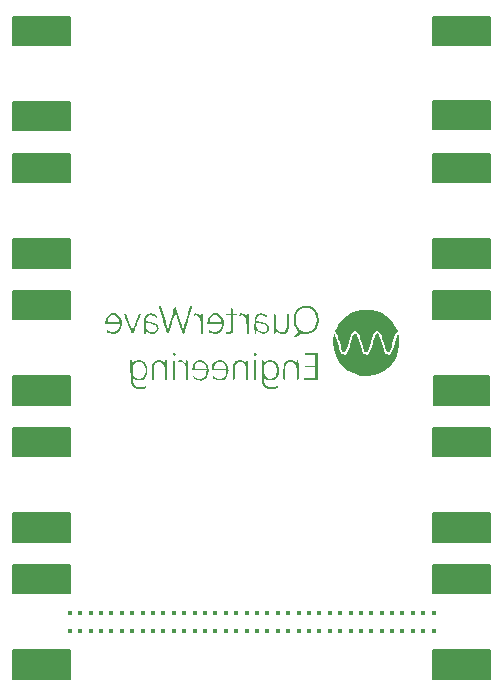
<source format=gbs>
%TF.GenerationSoftware,KiCad,Pcbnew,(6.0.2)*%
%TF.CreationDate,2022-07-21T18:21:11-07:00*%
%TF.ProjectId,testCoupon,74657374-436f-4757-906f-6e2e6b696361,1*%
%TF.SameCoordinates,Original*%
%TF.FileFunction,Soldermask,Bot*%
%TF.FilePolarity,Negative*%
%FSLAX46Y46*%
G04 Gerber Fmt 4.6, Leading zero omitted, Abs format (unit mm)*
G04 Created by KiCad (PCBNEW (6.0.2)) date 2022-07-21 18:21:11*
%MOMM*%
%LPD*%
G01*
G04 APERTURE LIST*
%ADD10C,0.150000*%
%ADD11R,4.000000X1.280000*%
%ADD12C,0.380000*%
G04 APERTURE END LIST*
D10*
X176400000Y-67600000D02*
X171600000Y-67600000D01*
X171600000Y-67600000D02*
X171600000Y-65200000D01*
X171600000Y-65200000D02*
X176400000Y-65200000D01*
X176400000Y-65200000D02*
X176400000Y-67600000D01*
G36*
X176400000Y-67600000D02*
G01*
X171600000Y-67600000D01*
X171600000Y-65200000D01*
X176400000Y-65200000D01*
X176400000Y-67600000D01*
G37*
X140800000Y-106900000D02*
X136000000Y-106900000D01*
X136000000Y-106900000D02*
X136000000Y-104500000D01*
X136000000Y-104500000D02*
X140800000Y-104500000D01*
X140800000Y-104500000D02*
X140800000Y-106900000D01*
G36*
X140800000Y-106900000D02*
G01*
X136000000Y-106900000D01*
X136000000Y-104500000D01*
X140800000Y-104500000D01*
X140800000Y-106900000D01*
G37*
X176400000Y-60500000D02*
X171600000Y-60500000D01*
X171600000Y-60500000D02*
X171600000Y-58100000D01*
X171600000Y-58100000D02*
X176400000Y-58100000D01*
X176400000Y-58100000D02*
X176400000Y-60500000D01*
G36*
X176400000Y-60500000D02*
G01*
X171600000Y-60500000D01*
X171600000Y-58100000D01*
X176400000Y-58100000D01*
X176400000Y-60500000D01*
G37*
X176400000Y-102500000D02*
X171600000Y-102500000D01*
X171600000Y-102500000D02*
X171600000Y-100100000D01*
X171600000Y-100100000D02*
X176400000Y-100100000D01*
X176400000Y-100100000D02*
X176400000Y-102500000D01*
G36*
X176400000Y-102500000D02*
G01*
X171600000Y-102500000D01*
X171600000Y-100100000D01*
X176400000Y-100100000D01*
X176400000Y-102500000D01*
G37*
X140800000Y-72100000D02*
X136000000Y-72100000D01*
X136000000Y-72100000D02*
X136000000Y-69700000D01*
X136000000Y-69700000D02*
X140800000Y-69700000D01*
X140800000Y-69700000D02*
X140800000Y-72100000D01*
G36*
X140800000Y-72100000D02*
G01*
X136000000Y-72100000D01*
X136000000Y-69700000D01*
X140800000Y-69700000D01*
X140800000Y-72100000D01*
G37*
X140800000Y-95300000D02*
X136000000Y-95300000D01*
X136000000Y-95300000D02*
X136000000Y-92900000D01*
X136000000Y-92900000D02*
X140800000Y-92900000D01*
X140800000Y-92900000D02*
X140800000Y-95300000D01*
G36*
X140800000Y-95300000D02*
G01*
X136000000Y-95300000D01*
X136000000Y-92900000D01*
X140800000Y-92900000D01*
X140800000Y-95300000D01*
G37*
X176400000Y-95300000D02*
X171600000Y-95300000D01*
X171600000Y-95300000D02*
X171600000Y-92900000D01*
X171600000Y-92900000D02*
X176400000Y-92900000D01*
X176400000Y-92900000D02*
X176400000Y-95300000D01*
G36*
X176400000Y-95300000D02*
G01*
X171600000Y-95300000D01*
X171600000Y-92900000D01*
X176400000Y-92900000D01*
X176400000Y-95300000D01*
G37*
X140800000Y-102500000D02*
X136000000Y-102500000D01*
X136000000Y-102500000D02*
X136000000Y-100100000D01*
X136000000Y-100100000D02*
X140800000Y-100100000D01*
X140800000Y-100100000D02*
X140800000Y-102500000D01*
G36*
X140800000Y-102500000D02*
G01*
X136000000Y-102500000D01*
X136000000Y-100100000D01*
X140800000Y-100100000D01*
X140800000Y-102500000D01*
G37*
X140800000Y-67700000D02*
X136000000Y-67700000D01*
X136000000Y-67700000D02*
X136000000Y-65300000D01*
X136000000Y-65300000D02*
X140800000Y-65300000D01*
X140800000Y-65300000D02*
X140800000Y-67700000D01*
G36*
X140800000Y-67700000D02*
G01*
X136000000Y-67700000D01*
X136000000Y-65300000D01*
X140800000Y-65300000D01*
X140800000Y-67700000D01*
G37*
X176400000Y-106900000D02*
X171600000Y-106900000D01*
X171600000Y-106900000D02*
X171600000Y-104500000D01*
X171600000Y-104500000D02*
X176400000Y-104500000D01*
X176400000Y-104500000D02*
X176400000Y-106900000D01*
G36*
X176400000Y-106900000D02*
G01*
X171600000Y-106900000D01*
X171600000Y-104500000D01*
X176400000Y-104500000D01*
X176400000Y-106900000D01*
G37*
X176400000Y-79300000D02*
X171600000Y-79300000D01*
X171600000Y-79300000D02*
X171600000Y-76900000D01*
X171600000Y-76900000D02*
X176400000Y-76900000D01*
X176400000Y-76900000D02*
X176400000Y-79300000D01*
G36*
X176400000Y-79300000D02*
G01*
X171600000Y-79300000D01*
X171600000Y-76900000D01*
X176400000Y-76900000D01*
X176400000Y-79300000D01*
G37*
X140800000Y-83700000D02*
X136000000Y-83700000D01*
X136000000Y-83700000D02*
X136000000Y-81300000D01*
X136000000Y-81300000D02*
X140800000Y-81300000D01*
X140800000Y-81300000D02*
X140800000Y-83700000D01*
G36*
X140800000Y-83700000D02*
G01*
X136000000Y-83700000D01*
X136000000Y-81300000D01*
X140800000Y-81300000D01*
X140800000Y-83700000D01*
G37*
X176350000Y-90900000D02*
X171650000Y-90900000D01*
X171650000Y-90900000D02*
X171650000Y-88500000D01*
X171650000Y-88500000D02*
X176350000Y-88500000D01*
X176350000Y-88500000D02*
X176350000Y-90900000D01*
G36*
X176350000Y-90900000D02*
G01*
X171650000Y-90900000D01*
X171650000Y-88500000D01*
X176350000Y-88500000D01*
X176350000Y-90900000D01*
G37*
X176400000Y-114100000D02*
X171600000Y-114100000D01*
X171600000Y-114100000D02*
X171600000Y-111700000D01*
X171600000Y-111700000D02*
X176400000Y-111700000D01*
X176400000Y-111700000D02*
X176400000Y-114100000D01*
G36*
X176400000Y-114100000D02*
G01*
X171600000Y-114100000D01*
X171600000Y-111700000D01*
X176400000Y-111700000D01*
X176400000Y-114100000D01*
G37*
X140800000Y-90900000D02*
X136000000Y-90900000D01*
X136000000Y-90900000D02*
X136000000Y-88500000D01*
X136000000Y-88500000D02*
X140800000Y-88500000D01*
X140800000Y-88500000D02*
X140800000Y-90900000D01*
G36*
X140800000Y-90900000D02*
G01*
X136000000Y-90900000D01*
X136000000Y-88500000D01*
X140800000Y-88500000D01*
X140800000Y-90900000D01*
G37*
X176400000Y-72100000D02*
X171600000Y-72100000D01*
X171600000Y-72100000D02*
X171600000Y-69700000D01*
X171600000Y-69700000D02*
X176400000Y-69700000D01*
X176400000Y-69700000D02*
X176400000Y-72100000D01*
G36*
X176400000Y-72100000D02*
G01*
X171600000Y-72100000D01*
X171600000Y-69700000D01*
X176400000Y-69700000D01*
X176400000Y-72100000D01*
G37*
X140800000Y-60500000D02*
X136000000Y-60500000D01*
X136000000Y-60500000D02*
X136000000Y-58100000D01*
X136000000Y-58100000D02*
X140800000Y-58100000D01*
X140800000Y-58100000D02*
X140800000Y-60500000D01*
G36*
X140800000Y-60500000D02*
G01*
X136000000Y-60500000D01*
X136000000Y-58100000D01*
X140800000Y-58100000D01*
X140800000Y-60500000D01*
G37*
X176400000Y-83700000D02*
X171600000Y-83700000D01*
X171600000Y-83700000D02*
X171600000Y-81300000D01*
X171600000Y-81300000D02*
X176400000Y-81300000D01*
X176400000Y-81300000D02*
X176400000Y-83700000D01*
G36*
X176400000Y-83700000D02*
G01*
X171600000Y-83700000D01*
X171600000Y-81300000D01*
X176400000Y-81300000D01*
X176400000Y-83700000D01*
G37*
X140800000Y-114100000D02*
X136000000Y-114100000D01*
X136000000Y-114100000D02*
X136000000Y-111700000D01*
X136000000Y-111700000D02*
X140800000Y-111700000D01*
X140800000Y-111700000D02*
X140800000Y-114100000D01*
G36*
X140800000Y-114100000D02*
G01*
X136000000Y-114100000D01*
X136000000Y-111700000D01*
X140800000Y-111700000D01*
X140800000Y-114100000D01*
G37*
X140800000Y-79300000D02*
X136000000Y-79300000D01*
X136000000Y-79300000D02*
X136000000Y-76900000D01*
X136000000Y-76900000D02*
X140800000Y-76900000D01*
X140800000Y-76900000D02*
X140800000Y-79300000D01*
G36*
X140800000Y-79300000D02*
G01*
X136000000Y-79300000D01*
X136000000Y-76900000D01*
X140800000Y-76900000D01*
X140800000Y-79300000D01*
G37*
%TO.C,G\u002A\u002A\u002A*%
G36*
X148450110Y-87147419D02*
G01*
X148628360Y-87204884D01*
X148776100Y-87307934D01*
X148880115Y-87411949D01*
X148880115Y-87286666D01*
X148884081Y-87215287D01*
X148909239Y-87171248D01*
X148971613Y-87161383D01*
X149063112Y-87161383D01*
X149063112Y-88844957D01*
X148880115Y-88844957D01*
X148880115Y-88273499D01*
X148880108Y-88246400D01*
X148879053Y-88032524D01*
X148875135Y-87876675D01*
X148866822Y-87765167D01*
X148852580Y-87684311D01*
X148830877Y-87620423D01*
X148800178Y-87559814D01*
X148722067Y-87455663D01*
X148569027Y-87344384D01*
X148502489Y-87313768D01*
X148389817Y-87278187D01*
X148290218Y-87281405D01*
X148171557Y-87321578D01*
X148104912Y-87355122D01*
X148040112Y-87409954D01*
X147992963Y-87488523D01*
X147960847Y-87600693D01*
X147941148Y-87756328D01*
X147931248Y-87965292D01*
X147928530Y-88237448D01*
X147928530Y-88844957D01*
X147738423Y-88844957D01*
X147751128Y-88195317D01*
X147751235Y-88189876D01*
X147758498Y-87924236D01*
X147770399Y-87720239D01*
X147789883Y-87566554D01*
X147819897Y-87451850D01*
X147863388Y-87364794D01*
X147923302Y-87294056D01*
X148002587Y-87228303D01*
X148090956Y-87178392D01*
X148263569Y-87137826D01*
X148450110Y-87147419D01*
G37*
G36*
X155486068Y-83209908D02*
G01*
X155603343Y-83270024D01*
X155704710Y-83360294D01*
X155797406Y-83470458D01*
X155797406Y-83339552D01*
X155802018Y-83260081D01*
X155827511Y-83217938D01*
X155888905Y-83208646D01*
X155980403Y-83208646D01*
X155980403Y-84892219D01*
X155802443Y-84892219D01*
X155790775Y-84315778D01*
X155786553Y-84137531D01*
X155779524Y-83957883D01*
X155769264Y-83827298D01*
X155754097Y-83732078D01*
X155732347Y-83658525D01*
X155702338Y-83592940D01*
X155642222Y-83498778D01*
X155528259Y-83389515D01*
X155403058Y-83335832D01*
X155280173Y-83345668D01*
X155215251Y-83366737D01*
X155181636Y-83356226D01*
X155175216Y-83297662D01*
X155197657Y-83229270D01*
X155267339Y-83187651D01*
X155368771Y-83181824D01*
X155486068Y-83209908D01*
G37*
G36*
X154236836Y-88233669D02*
G01*
X154163237Y-88455301D01*
X154036750Y-88643634D01*
X153976357Y-88702921D01*
X153868520Y-88787667D01*
X153775585Y-88837980D01*
X153680047Y-88859331D01*
X153494299Y-88864386D01*
X153294378Y-88835943D01*
X153110096Y-88776744D01*
X153009919Y-88725683D01*
X152956748Y-88674552D01*
X152942651Y-88610871D01*
X152942651Y-88519067D01*
X153121194Y-88611698D01*
X153232677Y-88664177D01*
X153416906Y-88717969D01*
X153582524Y-88714566D01*
X153745718Y-88655094D01*
X153757057Y-88649054D01*
X153904330Y-88534668D01*
X154004151Y-88374111D01*
X154062044Y-88158718D01*
X154086588Y-88003170D01*
X152869452Y-88003170D01*
X152870129Y-87856772D01*
X153017680Y-87856772D01*
X154072123Y-87856772D01*
X154040261Y-87745675D01*
X153976370Y-87584040D01*
X153855352Y-87424275D01*
X153693068Y-87324185D01*
X153521401Y-87285202D01*
X153353177Y-87307150D01*
X153212476Y-87392717D01*
X153105960Y-87537683D01*
X153040292Y-87737824D01*
X153017680Y-87856772D01*
X152870129Y-87856772D01*
X152870256Y-87829323D01*
X152900430Y-87611091D01*
X152984267Y-87424704D01*
X153110864Y-87279974D01*
X153269326Y-87181561D01*
X153448760Y-87134126D01*
X153638270Y-87142329D01*
X153826965Y-87210831D01*
X154003948Y-87344294D01*
X154010875Y-87351317D01*
X154144568Y-87537561D01*
X154227076Y-87757940D01*
X154239925Y-87856772D01*
X154257974Y-87995596D01*
X154236836Y-88233669D01*
G37*
G36*
X152574014Y-88103208D02*
G01*
X152531968Y-88356931D01*
X152440097Y-88566106D01*
X152301473Y-88725282D01*
X152119164Y-88829010D01*
X152082955Y-88840840D01*
X151921576Y-88867740D01*
X151750911Y-88863342D01*
X151587316Y-88831882D01*
X151447148Y-88777598D01*
X151346764Y-88704724D01*
X151302520Y-88617498D01*
X151291063Y-88518136D01*
X151465633Y-88615705D01*
X151514316Y-88641040D01*
X151720761Y-88708486D01*
X151916040Y-88712611D01*
X152090134Y-88658063D01*
X152233025Y-88549495D01*
X152334695Y-88391555D01*
X152385127Y-88188894D01*
X152402973Y-88003170D01*
X151175683Y-88003170D01*
X151198059Y-87814235D01*
X151203784Y-87776829D01*
X151368876Y-87776829D01*
X151369084Y-87790042D01*
X151375189Y-87817685D01*
X151398269Y-87836399D01*
X151449569Y-87847924D01*
X151540334Y-87854000D01*
X151681808Y-87856370D01*
X151885235Y-87856772D01*
X152401595Y-87856772D01*
X152376784Y-87756124D01*
X152344085Y-87654704D01*
X152249596Y-87490973D01*
X152123833Y-87371911D01*
X151978733Y-87300251D01*
X151826233Y-87278729D01*
X151678268Y-87310079D01*
X151546776Y-87397036D01*
X151443692Y-87542335D01*
X151423938Y-87585989D01*
X151384540Y-87695666D01*
X151368876Y-87776829D01*
X151203784Y-87776829D01*
X151211335Y-87727492D01*
X151281825Y-87500669D01*
X151396022Y-87325236D01*
X151550478Y-87207133D01*
X151555335Y-87204703D01*
X151764343Y-87136522D01*
X151967745Y-87140888D01*
X152162543Y-87217207D01*
X152345743Y-87364884D01*
X152425948Y-87457940D01*
X152514422Y-87611352D01*
X152562079Y-87790679D01*
X152566273Y-87856772D01*
X152576453Y-88017224D01*
X152574014Y-88103208D01*
G37*
G36*
X148569020Y-82550324D02*
G01*
X148841759Y-83538201D01*
X148853537Y-83580757D01*
X148924140Y-83831425D01*
X148989026Y-84054517D01*
X149045534Y-84241413D01*
X149091003Y-84383491D01*
X149122773Y-84472127D01*
X149138182Y-84498702D01*
X149138513Y-84498265D01*
X149155178Y-84453968D01*
X149188520Y-84348983D01*
X149235743Y-84192697D01*
X149294051Y-83994497D01*
X149360646Y-83763771D01*
X149432734Y-83509907D01*
X149441575Y-83478561D01*
X149528445Y-83175362D01*
X149599341Y-82938200D01*
X149655811Y-82762493D01*
X149699400Y-82643665D01*
X149731655Y-82577134D01*
X149754123Y-82558322D01*
X149763032Y-82565736D01*
X149797560Y-82631771D01*
X149849278Y-82762524D01*
X149916692Y-82953830D01*
X149998306Y-83201524D01*
X150092625Y-83501441D01*
X150167360Y-83743057D01*
X150239018Y-83973551D01*
X150301476Y-84173248D01*
X150351659Y-84332355D01*
X150386491Y-84441079D01*
X150402898Y-84489625D01*
X150404366Y-84491141D01*
X150423063Y-84459512D01*
X150458156Y-84367190D01*
X150506938Y-84222443D01*
X150566705Y-84033541D01*
X150634748Y-83808750D01*
X150708363Y-83556340D01*
X150712541Y-83541761D01*
X150794747Y-83255588D01*
X150860009Y-83031694D01*
X150911313Y-82862315D01*
X150951650Y-82739688D01*
X150984006Y-82656050D01*
X151011370Y-82603637D01*
X151036731Y-82574687D01*
X151063078Y-82561437D01*
X151093399Y-82556122D01*
X151154009Y-82552413D01*
X151181368Y-82575261D01*
X151169574Y-82647621D01*
X151169141Y-82649349D01*
X151149349Y-82721303D01*
X151112845Y-82847767D01*
X151062755Y-83018351D01*
X151002206Y-83222663D01*
X150934325Y-83450313D01*
X150862237Y-83690910D01*
X150789069Y-83934062D01*
X150717947Y-84169380D01*
X150651999Y-84386473D01*
X150594350Y-84574949D01*
X150548127Y-84724418D01*
X150516456Y-84824488D01*
X150502465Y-84864770D01*
X150485200Y-84878687D01*
X150421396Y-84892219D01*
X150398031Y-84880938D01*
X150369833Y-84841538D01*
X150334571Y-84766995D01*
X150289540Y-84650288D01*
X150232036Y-84484398D01*
X150159354Y-84262304D01*
X150068789Y-83976986D01*
X149993970Y-83742780D01*
X149921992Y-83524904D01*
X149859008Y-83341837D01*
X149808127Y-83202375D01*
X149772456Y-83115314D01*
X149755106Y-83089450D01*
X149750455Y-83098758D01*
X149726365Y-83165910D01*
X149686413Y-83287949D01*
X149633891Y-83454120D01*
X149572090Y-83653665D01*
X149504303Y-83875827D01*
X149433821Y-84109849D01*
X149363936Y-84344975D01*
X149297941Y-84570448D01*
X149239126Y-84775510D01*
X149226184Y-84815891D01*
X149187447Y-84876160D01*
X149128373Y-84885308D01*
X149121435Y-84883774D01*
X149097519Y-84868872D01*
X149071773Y-84833628D01*
X149041613Y-84770885D01*
X149004451Y-84673487D01*
X148957703Y-84534279D01*
X148898781Y-84346105D01*
X148825101Y-84101809D01*
X148734076Y-83794236D01*
X148702475Y-83686931D01*
X148624167Y-83421387D01*
X148552617Y-83179263D01*
X148490600Y-82969921D01*
X148440894Y-82802722D01*
X148406273Y-82687030D01*
X148389514Y-82632205D01*
X148379171Y-82591929D01*
X148394581Y-82557438D01*
X148465905Y-82550090D01*
X148569020Y-82550324D01*
G37*
G36*
X156602593Y-88844957D02*
G01*
X156419596Y-88844957D01*
X156419596Y-87161383D01*
X156602593Y-87161383D01*
X156602593Y-88844957D01*
G37*
G36*
X153854994Y-84150470D02*
G01*
X153812947Y-84404193D01*
X153721077Y-84613368D01*
X153582453Y-84772544D01*
X153400144Y-84876272D01*
X153363935Y-84888102D01*
X153202556Y-84915002D01*
X153031890Y-84910604D01*
X152868296Y-84879145D01*
X152728128Y-84824860D01*
X152627744Y-84751986D01*
X152583500Y-84664760D01*
X152572043Y-84565399D01*
X152746613Y-84662968D01*
X152795295Y-84688302D01*
X153001741Y-84755748D01*
X153197020Y-84759873D01*
X153371114Y-84705326D01*
X153514005Y-84596757D01*
X153615675Y-84438817D01*
X153666107Y-84236156D01*
X153683952Y-84050432D01*
X152456662Y-84050432D01*
X152479039Y-83861497D01*
X152484764Y-83824091D01*
X152649856Y-83824091D01*
X152650064Y-83837304D01*
X152656169Y-83864948D01*
X152679249Y-83883661D01*
X152730549Y-83895186D01*
X152821314Y-83901263D01*
X152962788Y-83903632D01*
X153166215Y-83904035D01*
X153682575Y-83904035D01*
X153657764Y-83803386D01*
X153625065Y-83701966D01*
X153530575Y-83538236D01*
X153404812Y-83419173D01*
X153259713Y-83347513D01*
X153107213Y-83325991D01*
X152959248Y-83357341D01*
X152827756Y-83444298D01*
X152724672Y-83589598D01*
X152704918Y-83633251D01*
X152665520Y-83742928D01*
X152649856Y-83824091D01*
X152484764Y-83824091D01*
X152492315Y-83774755D01*
X152562805Y-83547932D01*
X152677002Y-83372498D01*
X152831458Y-83254395D01*
X152836315Y-83251965D01*
X153045323Y-83183784D01*
X153248724Y-83188151D01*
X153443523Y-83264469D01*
X153626723Y-83412146D01*
X153706928Y-83505202D01*
X153795402Y-83658614D01*
X153843058Y-83837941D01*
X153847252Y-83904035D01*
X153857432Y-84064486D01*
X153854994Y-84150470D01*
G37*
G36*
X149650337Y-87161388D02*
G01*
X149673359Y-87164412D01*
X149690829Y-87179036D01*
X149703512Y-87214060D01*
X149712173Y-87278284D01*
X149717577Y-87380507D01*
X149720490Y-87529529D01*
X149721676Y-87734150D01*
X149721902Y-88003170D01*
X149721901Y-88021969D01*
X149721638Y-88286722D01*
X149720367Y-88487624D01*
X149717321Y-88633475D01*
X149711736Y-88733074D01*
X149702847Y-88795223D01*
X149689889Y-88828719D01*
X149672096Y-88842364D01*
X149648703Y-88844957D01*
X149647068Y-88844952D01*
X149624046Y-88841928D01*
X149606576Y-88827304D01*
X149593894Y-88792280D01*
X149585233Y-88728056D01*
X149579829Y-88625833D01*
X149576916Y-88476811D01*
X149575729Y-88272190D01*
X149575504Y-88003170D01*
X149575504Y-87984371D01*
X149575767Y-87719619D01*
X149577039Y-87518717D01*
X149580085Y-87372866D01*
X149585669Y-87273266D01*
X149594558Y-87211118D01*
X149607517Y-87177621D01*
X149625310Y-87163976D01*
X149648703Y-87161383D01*
X149650337Y-87161388D01*
G37*
G36*
X158501600Y-88276195D02*
G01*
X158431148Y-88503829D01*
X158313203Y-88679588D01*
X158149642Y-88800749D01*
X157942338Y-88864590D01*
X157740782Y-88865830D01*
X157540576Y-88809789D01*
X157374498Y-88701657D01*
X157261383Y-88595992D01*
X157262187Y-88784524D01*
X157289373Y-89011191D01*
X157369196Y-89198341D01*
X157496766Y-89335320D01*
X157667197Y-89419743D01*
X157875605Y-89449223D01*
X158117106Y-89421376D01*
X158386815Y-89333815D01*
X158417910Y-89339027D01*
X158432564Y-89403340D01*
X158422924Y-89457599D01*
X158377171Y-89501118D01*
X158277017Y-89538931D01*
X158236063Y-89551354D01*
X158140320Y-89581015D01*
X158084870Y-89599112D01*
X158040471Y-89603367D01*
X157942109Y-89602415D01*
X157815260Y-89595648D01*
X157686556Y-89579887D01*
X157469534Y-89511636D01*
X157302730Y-89392590D01*
X157182550Y-89220618D01*
X157172203Y-89199315D01*
X157148160Y-89144147D01*
X157129601Y-89085551D01*
X157115650Y-89013558D01*
X157105432Y-88918202D01*
X157098069Y-88789517D01*
X157092685Y-88617536D01*
X157088404Y-88392292D01*
X157084350Y-88103819D01*
X157082938Y-87995940D01*
X157261383Y-87995940D01*
X157262293Y-88070329D01*
X157279195Y-88264468D01*
X157323040Y-88411131D01*
X157401124Y-88528267D01*
X157520747Y-88633825D01*
X157551049Y-88654301D01*
X157712751Y-88714804D01*
X157887880Y-88715514D01*
X158056518Y-88658961D01*
X158198748Y-88547678D01*
X158242660Y-88488263D01*
X158316593Y-88319108D01*
X158355971Y-88116924D01*
X158357493Y-87905016D01*
X158317858Y-87706686D01*
X158242293Y-87552599D01*
X158116278Y-87414920D01*
X157961626Y-87324063D01*
X157792318Y-87285303D01*
X157622336Y-87303915D01*
X157465661Y-87385173D01*
X157428158Y-87416684D01*
X157346948Y-87511111D01*
X157295747Y-87628172D01*
X157269058Y-87784304D01*
X157261383Y-87995940D01*
X157082938Y-87995940D01*
X157072015Y-87161383D01*
X157166699Y-87161383D01*
X157216920Y-87165580D01*
X157253237Y-87197319D01*
X157261383Y-87279325D01*
X157261385Y-87286071D01*
X157263965Y-87359470D01*
X157278685Y-87367865D01*
X157316221Y-87318975D01*
X157401341Y-87241262D01*
X157542211Y-87175181D01*
X157707779Y-87138243D01*
X157873213Y-87138497D01*
X157892944Y-87141441D01*
X158101556Y-87208461D01*
X158274068Y-87337583D01*
X158413944Y-87531323D01*
X158470043Y-87642823D01*
X158503457Y-87743992D01*
X158518930Y-87860613D01*
X158520014Y-87905016D01*
X158522858Y-88021470D01*
X158501600Y-88276195D01*
G37*
G36*
X165925960Y-82879263D02*
G01*
X166385560Y-82914514D01*
X166819491Y-83015684D01*
X167222808Y-83179772D01*
X167590563Y-83403773D01*
X167917811Y-83684686D01*
X168199604Y-84019507D01*
X168430996Y-84405235D01*
X168580548Y-84705139D01*
X168487504Y-84815714D01*
X168453294Y-84864047D01*
X168379305Y-85011444D01*
X168299264Y-85221809D01*
X168215475Y-85488750D01*
X168130247Y-85805872D01*
X168077094Y-86005026D01*
X168013326Y-86202122D01*
X167950978Y-86343070D01*
X167886447Y-86437205D01*
X167835898Y-86482056D01*
X167761007Y-86495991D01*
X167684294Y-86438545D01*
X167647538Y-86392674D01*
X167606437Y-86326077D01*
X167567584Y-86238870D01*
X167526221Y-86118394D01*
X167477591Y-85951989D01*
X167416939Y-85726994D01*
X167355101Y-85499485D01*
X167282921Y-85257762D01*
X167217568Y-85072264D01*
X167155412Y-84934043D01*
X167092823Y-84834148D01*
X167026171Y-84763630D01*
X166968205Y-84719952D01*
X166863079Y-84678832D01*
X166762031Y-84702901D01*
X166649116Y-84793419D01*
X166597010Y-84857591D01*
X166533479Y-84970503D01*
X166467210Y-85128289D01*
X166395696Y-85337750D01*
X166316430Y-85605686D01*
X166226905Y-85938898D01*
X166158786Y-86164813D01*
X166082055Y-86342598D01*
X166002588Y-86452932D01*
X165921791Y-86493905D01*
X165841068Y-86463605D01*
X165820295Y-86444632D01*
X165771003Y-86381442D01*
X165723461Y-86288428D01*
X165673538Y-86155121D01*
X165617108Y-85971055D01*
X165550040Y-85725761D01*
X165488953Y-85500951D01*
X165416684Y-85258756D01*
X165351246Y-85072876D01*
X165289007Y-84934362D01*
X165226336Y-84834263D01*
X165159600Y-84763630D01*
X165101634Y-84719952D01*
X164996508Y-84678832D01*
X164895460Y-84702901D01*
X164782546Y-84793419D01*
X164726940Y-84862737D01*
X164663994Y-84976501D01*
X164598221Y-85134756D01*
X164527087Y-85344391D01*
X164448056Y-85612293D01*
X164358594Y-85945348D01*
X164310169Y-86111526D01*
X164231608Y-86306557D01*
X164149441Y-86428664D01*
X164065327Y-86477848D01*
X163980923Y-86454108D01*
X163897888Y-86357445D01*
X163817880Y-86187859D01*
X163742558Y-85945348D01*
X163658756Y-85635595D01*
X163568748Y-85335205D01*
X163486391Y-85096635D01*
X163412906Y-84923385D01*
X163349515Y-84818954D01*
X163253745Y-84705139D01*
X163403297Y-84405235D01*
X163407135Y-84397567D01*
X163639515Y-84012765D01*
X163922204Y-83678925D01*
X164250255Y-83399049D01*
X164618722Y-83176142D01*
X165022656Y-83013204D01*
X165457114Y-82913240D01*
X165917147Y-82879251D01*
X165925960Y-82879263D01*
G37*
G36*
X166872653Y-84876059D02*
G01*
X166928649Y-84904288D01*
X166983468Y-84970615D01*
X167040199Y-85081781D01*
X167101929Y-85244524D01*
X167171749Y-85465583D01*
X167252747Y-85751698D01*
X167308341Y-85948067D01*
X167386221Y-86191773D01*
X167459309Y-86375828D01*
X167531328Y-86507909D01*
X167606004Y-86595693D01*
X167687061Y-86646855D01*
X167730384Y-86662780D01*
X167813018Y-86669703D01*
X167907698Y-86632821D01*
X167915141Y-86628864D01*
X167984973Y-86578096D01*
X168047942Y-86501325D01*
X168108287Y-86389395D01*
X168170247Y-86233150D01*
X168238062Y-86023435D01*
X168315970Y-85751094D01*
X168339478Y-85666187D01*
X168418423Y-85391424D01*
X168483522Y-85183797D01*
X168536015Y-85039815D01*
X168577142Y-84955986D01*
X168608145Y-84928819D01*
X168623640Y-84938121D01*
X168652526Y-85005282D01*
X168678077Y-85126829D01*
X168698521Y-85290319D01*
X168712087Y-85483308D01*
X168717002Y-85693353D01*
X168710195Y-85895394D01*
X168645861Y-86337916D01*
X168517127Y-86754668D01*
X168328250Y-87140115D01*
X168083493Y-87488722D01*
X167787113Y-87794954D01*
X167443370Y-88053277D01*
X167056524Y-88258155D01*
X166630835Y-88404055D01*
X166438364Y-88442708D01*
X166133228Y-88473386D01*
X165809126Y-88477516D01*
X165494668Y-88455059D01*
X165218462Y-88405978D01*
X165011848Y-88345790D01*
X164602270Y-88173594D01*
X164233613Y-87944972D01*
X163910096Y-87665372D01*
X163635938Y-87340241D01*
X163415359Y-86975026D01*
X163252578Y-86575175D01*
X163151816Y-86146135D01*
X163117291Y-85693353D01*
X163118615Y-85584530D01*
X163128178Y-85381656D01*
X163145484Y-85202205D01*
X163168762Y-85058619D01*
X163196241Y-84963343D01*
X163226148Y-84928819D01*
X163235230Y-84931661D01*
X163269028Y-84976219D01*
X163313183Y-85077669D01*
X163368992Y-85239671D01*
X163437754Y-85465883D01*
X163520763Y-85759966D01*
X163572546Y-85941959D01*
X163651165Y-86187720D01*
X163724869Y-86373427D01*
X163797401Y-86506742D01*
X163872504Y-86595330D01*
X163953920Y-86646855D01*
X163997243Y-86662780D01*
X164079877Y-86669703D01*
X164174556Y-86632821D01*
X164185387Y-86626989D01*
X164254596Y-86575481D01*
X164317099Y-86497796D01*
X164377093Y-86384811D01*
X164438774Y-86227403D01*
X164506339Y-86016449D01*
X164583986Y-85742825D01*
X164611326Y-85643750D01*
X164688179Y-85380509D01*
X164755000Y-85180207D01*
X164814885Y-85036120D01*
X164870927Y-84941526D01*
X164926221Y-84889701D01*
X164983861Y-84873919D01*
X165006083Y-84876059D01*
X165062079Y-84904288D01*
X165116898Y-84970615D01*
X165173628Y-85081781D01*
X165235359Y-85244524D01*
X165305179Y-85465583D01*
X165386177Y-85751698D01*
X165441771Y-85948067D01*
X165519651Y-86191773D01*
X165592738Y-86375828D01*
X165664757Y-86507909D01*
X165739433Y-86595693D01*
X165820491Y-86646855D01*
X165863813Y-86662780D01*
X165946448Y-86669703D01*
X166041127Y-86632821D01*
X166051957Y-86626989D01*
X166121167Y-86575481D01*
X166183670Y-86497796D01*
X166243663Y-86384811D01*
X166305344Y-86227403D01*
X166372910Y-86016449D01*
X166450557Y-85742825D01*
X166477896Y-85643750D01*
X166554749Y-85380509D01*
X166621571Y-85180207D01*
X166681456Y-85036120D01*
X166737498Y-84941526D01*
X166792792Y-84889701D01*
X166850432Y-84873919D01*
X166872653Y-84876059D01*
G37*
G36*
X155317855Y-87145901D02*
G01*
X155499242Y-87210752D01*
X155647665Y-87327865D01*
X155760807Y-87456726D01*
X155760807Y-87309055D01*
X155765071Y-87222781D01*
X155786277Y-87173541D01*
X155834005Y-87161383D01*
X155835640Y-87161388D01*
X155858662Y-87164412D01*
X155876132Y-87179036D01*
X155888814Y-87214060D01*
X155897475Y-87278284D01*
X155902880Y-87380507D01*
X155905792Y-87529529D01*
X155906979Y-87734150D01*
X155907204Y-88003170D01*
X155906978Y-88255763D01*
X155905778Y-88464770D01*
X155902873Y-88617529D01*
X155897533Y-88722821D01*
X155889028Y-88789428D01*
X155876628Y-88826132D01*
X155859602Y-88841714D01*
X155837221Y-88844957D01*
X155825365Y-88844372D01*
X155802046Y-88834559D01*
X155785368Y-88804363D01*
X155773820Y-88743224D01*
X155765894Y-88640577D01*
X155760081Y-88485862D01*
X155754872Y-88268516D01*
X155750679Y-88098681D01*
X155743562Y-87917501D01*
X155733468Y-87786934D01*
X155718795Y-87693869D01*
X155697942Y-87625196D01*
X155669308Y-87567803D01*
X155665077Y-87560688D01*
X155542077Y-87406334D01*
X155394104Y-87317773D01*
X155212080Y-87289481D01*
X155182298Y-87289976D01*
X155055817Y-87308094D01*
X154956930Y-87357348D01*
X154882672Y-87444638D01*
X154830077Y-87576864D01*
X154796181Y-87760929D01*
X154778018Y-88003731D01*
X154772622Y-88312172D01*
X154772593Y-88381264D01*
X154771641Y-88568928D01*
X154768214Y-88697726D01*
X154760794Y-88778692D01*
X154747867Y-88822863D01*
X154727915Y-88841273D01*
X154699423Y-88844957D01*
X154676210Y-88842775D01*
X154655916Y-88828796D01*
X154642014Y-88792763D01*
X154633299Y-88724445D01*
X154628566Y-88613616D01*
X154626609Y-88450046D01*
X154626224Y-88223507D01*
X154627056Y-88062361D01*
X154633853Y-87816035D01*
X154649404Y-87626838D01*
X154675987Y-87484473D01*
X154715877Y-87378641D01*
X154771351Y-87299046D01*
X154844687Y-87235390D01*
X154938603Y-87182472D01*
X155124109Y-87135683D01*
X155317855Y-87145901D01*
G37*
G36*
X147375375Y-88276195D02*
G01*
X147304923Y-88503829D01*
X147186979Y-88679588D01*
X147023417Y-88800749D01*
X146816114Y-88864590D01*
X146614557Y-88865830D01*
X146414352Y-88809789D01*
X146248273Y-88701657D01*
X146135158Y-88595992D01*
X146135962Y-88784524D01*
X146163148Y-89011191D01*
X146242972Y-89198341D01*
X146370541Y-89335320D01*
X146540972Y-89419743D01*
X146749381Y-89449223D01*
X146990881Y-89421376D01*
X147260590Y-89333815D01*
X147291685Y-89339027D01*
X147306340Y-89403340D01*
X147296699Y-89457599D01*
X147250946Y-89501118D01*
X147150792Y-89538931D01*
X147109838Y-89551354D01*
X147014095Y-89581015D01*
X146958645Y-89599112D01*
X146914246Y-89603367D01*
X146815884Y-89602415D01*
X146689035Y-89595648D01*
X146560331Y-89579887D01*
X146343310Y-89511636D01*
X146176505Y-89392590D01*
X146056325Y-89220618D01*
X146045979Y-89199315D01*
X146021935Y-89144147D01*
X146003376Y-89085551D01*
X145989426Y-89013558D01*
X145979207Y-88918202D01*
X145971844Y-88789517D01*
X145966460Y-88617536D01*
X145962180Y-88392292D01*
X145958125Y-88103819D01*
X145956713Y-87995940D01*
X146135158Y-87995940D01*
X146136069Y-88070329D01*
X146152971Y-88264468D01*
X146196815Y-88411131D01*
X146274900Y-88528267D01*
X146394523Y-88633825D01*
X146424824Y-88654301D01*
X146586526Y-88714804D01*
X146761655Y-88715514D01*
X146930293Y-88658961D01*
X147072523Y-88547678D01*
X147116436Y-88488263D01*
X147190369Y-88319108D01*
X147229746Y-88116924D01*
X147231268Y-87905016D01*
X147191633Y-87706686D01*
X147116068Y-87552599D01*
X146990053Y-87414920D01*
X146835401Y-87324063D01*
X146666093Y-87285303D01*
X146496111Y-87303915D01*
X146339437Y-87385173D01*
X146301933Y-87416684D01*
X146220724Y-87511111D01*
X146169523Y-87628172D01*
X146142833Y-87784304D01*
X146135158Y-87995940D01*
X145956713Y-87995940D01*
X145945790Y-87161383D01*
X146040474Y-87161383D01*
X146090695Y-87165580D01*
X146127012Y-87197319D01*
X146135158Y-87279325D01*
X146135160Y-87286071D01*
X146137740Y-87359470D01*
X146152460Y-87367865D01*
X146189996Y-87318975D01*
X146275116Y-87241262D01*
X146415986Y-87175181D01*
X146581554Y-87138243D01*
X146746988Y-87138497D01*
X146766719Y-87141441D01*
X146975331Y-87208461D01*
X147147844Y-87337583D01*
X147287719Y-87531323D01*
X147343819Y-87642823D01*
X147377232Y-87743992D01*
X147392705Y-87860613D01*
X147393789Y-87905016D01*
X147396633Y-88021470D01*
X147375375Y-88276195D01*
G37*
G36*
X148209705Y-84775691D02*
G01*
X148059732Y-84876796D01*
X147952875Y-84911439D01*
X147755543Y-84919855D01*
X147563569Y-84861492D01*
X147391061Y-84739253D01*
X147269740Y-84621664D01*
X147269740Y-84756942D01*
X147264357Y-84844331D01*
X147237845Y-84883797D01*
X147175335Y-84892219D01*
X147080930Y-84892219D01*
X147092986Y-84224280D01*
X147093632Y-84189635D01*
X147099149Y-83986065D01*
X147261581Y-83986065D01*
X147277182Y-84201737D01*
X147277252Y-84202705D01*
X147312463Y-84398547D01*
X147392683Y-84550740D01*
X147529056Y-84680466D01*
X147616861Y-84732384D01*
X147764671Y-84770044D01*
X147907414Y-84756381D01*
X148031768Y-84698689D01*
X148124412Y-84604260D01*
X148172024Y-84480387D01*
X148161283Y-84334363D01*
X148145629Y-84291628D01*
X148081724Y-84204595D01*
X147973267Y-84136539D01*
X147810752Y-84082571D01*
X147584670Y-84037802D01*
X147261581Y-83986065D01*
X147099149Y-83986065D01*
X147100800Y-83925151D01*
X147112543Y-83722033D01*
X147131469Y-83569682D01*
X147160184Y-83457496D01*
X147201294Y-83374875D01*
X147257408Y-83311218D01*
X147331132Y-83255925D01*
X147352171Y-83243756D01*
X147485052Y-83203915D01*
X147655466Y-83192947D01*
X147838910Y-83210801D01*
X148010879Y-83257422D01*
X148055753Y-83275269D01*
X148139173Y-83317891D01*
X148176280Y-83364469D01*
X148184726Y-83432812D01*
X148184726Y-83541126D01*
X148014719Y-83441496D01*
X147867080Y-83372269D01*
X147689850Y-83335240D01*
X147533544Y-83351942D01*
X147408285Y-83418903D01*
X147324191Y-83532650D01*
X147291384Y-83689709D01*
X147288040Y-83846404D01*
X147608281Y-83892773D01*
X147721042Y-83911112D01*
X147957064Y-83969422D01*
X148129936Y-84049060D01*
X148245805Y-84154889D01*
X148310818Y-84291772D01*
X148331124Y-84464572D01*
X148328356Y-84480387D01*
X148301841Y-84631868D01*
X148209705Y-84775691D01*
G37*
G36*
X150273952Y-87136943D02*
G01*
X150394164Y-87182264D01*
X150507986Y-87258383D01*
X150600745Y-87362680D01*
X150673004Y-87472478D01*
X150673245Y-87316931D01*
X150678382Y-87220039D01*
X150699886Y-87172895D01*
X150746685Y-87161383D01*
X150748320Y-87161388D01*
X150771342Y-87164412D01*
X150788812Y-87179036D01*
X150801495Y-87214060D01*
X150810155Y-87278284D01*
X150815560Y-87380507D01*
X150818472Y-87529529D01*
X150819659Y-87734150D01*
X150819884Y-88003170D01*
X150819884Y-88021969D01*
X150819621Y-88286722D01*
X150818349Y-88487624D01*
X150815304Y-88633475D01*
X150809719Y-88733074D01*
X150800830Y-88795223D01*
X150787872Y-88828719D01*
X150770079Y-88842364D01*
X150746685Y-88844957D01*
X150722170Y-88842712D01*
X150699541Y-88826930D01*
X150685271Y-88785609D01*
X150677448Y-88706833D01*
X150674158Y-88578690D01*
X150673487Y-88389266D01*
X150670729Y-88211071D01*
X150662173Y-88020553D01*
X150649203Y-87857948D01*
X150633236Y-87745890D01*
X150621381Y-87698392D01*
X150551731Y-87534027D01*
X150452117Y-87403244D01*
X150334196Y-87315468D01*
X150209619Y-87280123D01*
X150090042Y-87306632D01*
X150058989Y-87321838D01*
X150022459Y-87319889D01*
X150014697Y-87258085D01*
X150021683Y-87211949D01*
X150073040Y-87149167D01*
X150162020Y-87125038D01*
X150273952Y-87136943D01*
G37*
G36*
X161876265Y-84104636D02*
G01*
X161869007Y-84135141D01*
X161770308Y-84389325D01*
X161617998Y-84599827D01*
X161420191Y-84761441D01*
X161185004Y-84868962D01*
X160920551Y-84917183D01*
X160634947Y-84900901D01*
X160393316Y-84859511D01*
X160195623Y-85022263D01*
X160151432Y-85057935D01*
X160040694Y-85135791D01*
X159949706Y-85174523D01*
X159855737Y-85185015D01*
X159826782Y-85184781D01*
X159745996Y-85180944D01*
X159713544Y-85173890D01*
X159719240Y-85167236D01*
X159768289Y-85125437D01*
X159856752Y-85055061D01*
X159971426Y-84966713D01*
X160229308Y-84770661D01*
X160101437Y-84639293D01*
X160038650Y-84564175D01*
X159948119Y-84429294D01*
X159872036Y-84288329D01*
X159842257Y-84221498D01*
X159804652Y-84117869D01*
X159782920Y-84012793D01*
X159772919Y-83882379D01*
X159770997Y-83739337D01*
X159956003Y-83739337D01*
X159956103Y-83749107D01*
X159986150Y-84024471D01*
X160065114Y-84266445D01*
X160187802Y-84466484D01*
X160349025Y-84616045D01*
X160543591Y-84706582D01*
X160640278Y-84726632D01*
X160824592Y-84741135D01*
X161009247Y-84732718D01*
X161159222Y-84701662D01*
X161253800Y-84661119D01*
X161438113Y-84527149D01*
X161579990Y-84339317D01*
X161675088Y-84104387D01*
X161719067Y-83829128D01*
X161721543Y-83694314D01*
X161687452Y-83411688D01*
X161601615Y-83168298D01*
X161468363Y-82969642D01*
X161292026Y-82821217D01*
X161076935Y-82728523D01*
X160827421Y-82697057D01*
X160810900Y-82697225D01*
X160569476Y-82729919D01*
X160363968Y-82822801D01*
X160182156Y-82981254D01*
X160081694Y-83115123D01*
X160007184Y-83282155D01*
X159966959Y-83484622D01*
X159956003Y-83739337D01*
X159770997Y-83739337D01*
X159770505Y-83702738D01*
X159770889Y-83620151D01*
X159776271Y-83461731D01*
X159791034Y-83343588D01*
X159819005Y-83242495D01*
X159864011Y-83135224D01*
X159968847Y-82951406D01*
X160149790Y-82750407D01*
X160371923Y-82608287D01*
X160497685Y-82567300D01*
X160691195Y-82538268D01*
X160901348Y-82532976D01*
X161099663Y-82551843D01*
X161257660Y-82595287D01*
X161366989Y-82654801D01*
X161541394Y-82793655D01*
X161694048Y-82965143D01*
X161801401Y-83145437D01*
X161822852Y-83200754D01*
X161874880Y-83408914D01*
X161902648Y-83648463D01*
X161902880Y-83694314D01*
X161903872Y-83890127D01*
X161876265Y-84104636D01*
G37*
G36*
X149721713Y-86529282D02*
G01*
X149775975Y-86592014D01*
X149777421Y-86683638D01*
X149776706Y-86685852D01*
X149735772Y-86743711D01*
X149654711Y-86751768D01*
X149643841Y-86750101D01*
X149571094Y-86709588D01*
X149538844Y-86640483D01*
X149551646Y-86568731D01*
X149614057Y-86520274D01*
X149634450Y-86515261D01*
X149721713Y-86529282D01*
G37*
G36*
X151606530Y-83209908D02*
G01*
X151723804Y-83270024D01*
X151825171Y-83360294D01*
X151917867Y-83470458D01*
X151917867Y-83339552D01*
X151922479Y-83260081D01*
X151947972Y-83217938D01*
X152009366Y-83208646D01*
X152100864Y-83208646D01*
X152100864Y-84892219D01*
X151922904Y-84892219D01*
X151911236Y-84315778D01*
X151907014Y-84137531D01*
X151899985Y-83957883D01*
X151889725Y-83827298D01*
X151874558Y-83732078D01*
X151852808Y-83658525D01*
X151822799Y-83592940D01*
X151762683Y-83498778D01*
X151648720Y-83389515D01*
X151523519Y-83335832D01*
X151400634Y-83345668D01*
X151335713Y-83366737D01*
X151302097Y-83356226D01*
X151295677Y-83297662D01*
X151318118Y-83229270D01*
X151387800Y-83187651D01*
X151489233Y-83181824D01*
X151606530Y-83209908D01*
G37*
G36*
X154562175Y-82765511D02*
G01*
X154584126Y-82774952D01*
X154623551Y-82811038D01*
X154644703Y-82880099D01*
X154655500Y-83002228D01*
X154666477Y-83208646D01*
X154811048Y-83208646D01*
X154892988Y-83212617D01*
X154943166Y-83233720D01*
X154955619Y-83281844D01*
X154948035Y-83322867D01*
X154906742Y-83348636D01*
X154812128Y-83355043D01*
X154668637Y-83355043D01*
X154656581Y-84022983D01*
X154655240Y-84093545D01*
X154648520Y-84340417D01*
X154638017Y-84526400D01*
X154621301Y-84661384D01*
X154595939Y-84755262D01*
X154559500Y-84817927D01*
X154509552Y-84859270D01*
X154443664Y-84889184D01*
X154409068Y-84900540D01*
X154274638Y-84920598D01*
X154156529Y-84904803D01*
X154072581Y-84857799D01*
X154040634Y-84784233D01*
X154042751Y-84752090D01*
X154066709Y-84728275D01*
X154134515Y-84746727D01*
X154240422Y-84777388D01*
X154327132Y-84768185D01*
X154406628Y-84709222D01*
X154424426Y-84689641D01*
X154446183Y-84653353D01*
X154461386Y-84600374D01*
X154471192Y-84519404D01*
X154476762Y-84399141D01*
X154479254Y-84228284D01*
X154479827Y-83995533D01*
X154479827Y-83355043D01*
X154260230Y-83355043D01*
X154162967Y-83353698D01*
X154083844Y-83344819D01*
X154048646Y-83322728D01*
X154040634Y-83281844D01*
X154044671Y-83249423D01*
X154071308Y-83223049D01*
X154137581Y-83211316D01*
X154260230Y-83208646D01*
X154479827Y-83208646D01*
X154479827Y-82971929D01*
X154479881Y-82928608D01*
X154482495Y-82820218D01*
X154493256Y-82766497D01*
X154517902Y-82753058D01*
X154562175Y-82765511D01*
G37*
G36*
X145217530Y-84150470D02*
G01*
X145175483Y-84404193D01*
X145083613Y-84613368D01*
X144944989Y-84772544D01*
X144762680Y-84876272D01*
X144726471Y-84888102D01*
X144565092Y-84915002D01*
X144394426Y-84910604D01*
X144230832Y-84879145D01*
X144090664Y-84824860D01*
X143990280Y-84751986D01*
X143946036Y-84664760D01*
X143934579Y-84565399D01*
X144109149Y-84662968D01*
X144157831Y-84688302D01*
X144364277Y-84755748D01*
X144559556Y-84759873D01*
X144733650Y-84705326D01*
X144876541Y-84596757D01*
X144978211Y-84438817D01*
X145028643Y-84236156D01*
X145046488Y-84050432D01*
X143819198Y-84050432D01*
X143841575Y-83861497D01*
X143847300Y-83824091D01*
X144012392Y-83824091D01*
X144012600Y-83837304D01*
X144018705Y-83864948D01*
X144041785Y-83883661D01*
X144093085Y-83895186D01*
X144183850Y-83901263D01*
X144325324Y-83903632D01*
X144528751Y-83904035D01*
X145045111Y-83904035D01*
X145020300Y-83803386D01*
X144987601Y-83701966D01*
X144893111Y-83538236D01*
X144767349Y-83419173D01*
X144622249Y-83347513D01*
X144469749Y-83325991D01*
X144321784Y-83357341D01*
X144190292Y-83444298D01*
X144087208Y-83589598D01*
X144067454Y-83633251D01*
X144028056Y-83742928D01*
X144012392Y-83824091D01*
X143847300Y-83824091D01*
X143854851Y-83774755D01*
X143925341Y-83547932D01*
X144039538Y-83372498D01*
X144193994Y-83254395D01*
X144198851Y-83251965D01*
X144407859Y-83183784D01*
X144611260Y-83188151D01*
X144806059Y-83264469D01*
X144989259Y-83412146D01*
X145069464Y-83505202D01*
X145157938Y-83658614D01*
X145205595Y-83837941D01*
X145209788Y-83904035D01*
X145219968Y-84064486D01*
X145217530Y-84150470D01*
G37*
G36*
X156571162Y-86523188D02*
G01*
X156624608Y-86580144D01*
X156642231Y-86663052D01*
X156614793Y-86734390D01*
X156607370Y-86740928D01*
X156532352Y-86761883D01*
X156450722Y-86738997D01*
X156400001Y-86681510D01*
X156395324Y-86662482D01*
X156409692Y-86576481D01*
X156472127Y-86521948D01*
X156561913Y-86519598D01*
X156571162Y-86523188D01*
G37*
G36*
X159384149Y-83737536D02*
G01*
X159383978Y-83787422D01*
X159379890Y-83994560D01*
X159371181Y-84187533D01*
X159358948Y-84346669D01*
X159344288Y-84452293D01*
X159333654Y-84495983D01*
X159257635Y-84676824D01*
X159145101Y-84811981D01*
X159005971Y-84888658D01*
X158918786Y-84909308D01*
X158704014Y-84915852D01*
X158512454Y-84853499D01*
X158346311Y-84722805D01*
X158249567Y-84618471D01*
X158249567Y-84755345D01*
X158246331Y-84826263D01*
X158225530Y-84878960D01*
X158176368Y-84892219D01*
X158174734Y-84892214D01*
X158151712Y-84889190D01*
X158134242Y-84874566D01*
X158121559Y-84839542D01*
X158112899Y-84775319D01*
X158107494Y-84673096D01*
X158104582Y-84524074D01*
X158103395Y-84319452D01*
X158103170Y-84050432D01*
X158103170Y-84031634D01*
X158103433Y-83766881D01*
X158104705Y-83565979D01*
X158107750Y-83420128D01*
X158113335Y-83320528D01*
X158122224Y-83258380D01*
X158135182Y-83224883D01*
X158152975Y-83211238D01*
X158176368Y-83208646D01*
X158183650Y-83208762D01*
X158210315Y-83214894D01*
X158228630Y-83238467D01*
X158240163Y-83290631D01*
X158246485Y-83382538D01*
X158249165Y-83525340D01*
X158249771Y-83730187D01*
X158249975Y-83782306D01*
X158253964Y-83980785D01*
X158262264Y-84159727D01*
X158273845Y-84301248D01*
X158287674Y-84387464D01*
X158301670Y-84430948D01*
X158386300Y-84580692D01*
X158505927Y-84688542D01*
X158646676Y-84752307D01*
X158794673Y-84769793D01*
X158936043Y-84738810D01*
X159056913Y-84657164D01*
X159143408Y-84522664D01*
X159162246Y-84464423D01*
X159180689Y-84364491D01*
X159192689Y-84227334D01*
X159199194Y-84040989D01*
X159201152Y-83793496D01*
X159201152Y-83208646D01*
X159384149Y-83208646D01*
X159384149Y-83737536D01*
G37*
G36*
X157655553Y-84625958D02*
G01*
X157568146Y-84760987D01*
X157428857Y-84859459D01*
X157395076Y-84873793D01*
X157276518Y-84912208D01*
X157179775Y-84928015D01*
X157137473Y-84925982D01*
X156973343Y-84884710D01*
X156814171Y-84802598D01*
X156693832Y-84695832D01*
X156603405Y-84581124D01*
X156602999Y-84736672D01*
X156597768Y-84833461D01*
X156576213Y-84880681D01*
X156529394Y-84892219D01*
X156528851Y-84892219D01*
X156502810Y-84888920D01*
X156483870Y-84872463D01*
X156470905Y-84832842D01*
X156462787Y-84760050D01*
X156458390Y-84644080D01*
X156456587Y-84474925D01*
X156456252Y-84242579D01*
X156456257Y-84228756D01*
X156458289Y-83987784D01*
X156593441Y-83987784D01*
X156613741Y-84184467D01*
X156614455Y-84191133D01*
X156662462Y-84394538D01*
X156752620Y-84565845D01*
X156875157Y-84686291D01*
X156930491Y-84715363D01*
X157066059Y-84755005D01*
X157208007Y-84767412D01*
X157321516Y-84747788D01*
X157409404Y-84688149D01*
X157488654Y-84566036D01*
X157517579Y-84411536D01*
X157515653Y-84365824D01*
X157485543Y-84268740D01*
X157404972Y-84181784D01*
X157381138Y-84162161D01*
X157308902Y-84108268D01*
X157267725Y-84086241D01*
X157255290Y-84084984D01*
X157183458Y-84075365D01*
X157065168Y-84058398D01*
X156918262Y-84036617D01*
X156593441Y-83987784D01*
X156458289Y-83987784D01*
X156458507Y-83961872D01*
X156466658Y-83756550D01*
X156483334Y-83601726D01*
X156511158Y-83486338D01*
X156552751Y-83399321D01*
X156610738Y-83329612D01*
X156687741Y-83266146D01*
X156715431Y-83248467D01*
X156839168Y-83205624D01*
X156989041Y-83192045D01*
X157148584Y-83204340D01*
X157301335Y-83239120D01*
X157430827Y-83292997D01*
X157520596Y-83362581D01*
X157554178Y-83444484D01*
X157553253Y-83482442D01*
X157539442Y-83528748D01*
X157497641Y-83523705D01*
X157413430Y-83469922D01*
X157261778Y-83384934D01*
X157070700Y-83335282D01*
X156890909Y-83352061D01*
X156868029Y-83359550D01*
X156754886Y-83426111D01*
X156676262Y-83538889D01*
X156622690Y-83710535D01*
X156611840Y-83777189D01*
X156625746Y-83824018D01*
X156682331Y-83844777D01*
X156696613Y-83847537D01*
X156787164Y-83864539D01*
X156920039Y-83889088D01*
X157071900Y-83916865D01*
X157112111Y-83924536D01*
X157262391Y-83959121D01*
X157387903Y-83996625D01*
X157464834Y-84030179D01*
X157472675Y-84035416D01*
X157599637Y-84159102D01*
X157671982Y-84309259D01*
X157683687Y-84411536D01*
X157690392Y-84470130D01*
X157655553Y-84625958D01*
G37*
G36*
X161799711Y-88844957D02*
G01*
X160665129Y-88844957D01*
X160665129Y-88661960D01*
X161616714Y-88661960D01*
X161616714Y-87746974D01*
X161195821Y-87746974D01*
X161092920Y-87746809D01*
X160945419Y-87744739D01*
X160852253Y-87738554D01*
X160801039Y-87726101D01*
X160779391Y-87705226D01*
X160774928Y-87673775D01*
X160775879Y-87655880D01*
X160787782Y-87630227D01*
X160823344Y-87614024D01*
X160894949Y-87605118D01*
X161014980Y-87601353D01*
X161195821Y-87600576D01*
X161616714Y-87600576D01*
X161616714Y-86685591D01*
X160701729Y-86685591D01*
X160701729Y-86502594D01*
X161799711Y-86502594D01*
X161799711Y-88844957D01*
G37*
G36*
X159599988Y-87145901D02*
G01*
X159781374Y-87210752D01*
X159929798Y-87327865D01*
X160042939Y-87456726D01*
X160042939Y-87309055D01*
X160047203Y-87222781D01*
X160068410Y-87173541D01*
X160116138Y-87161383D01*
X160117773Y-87161388D01*
X160140795Y-87164412D01*
X160158264Y-87179036D01*
X160170947Y-87214060D01*
X160179608Y-87278284D01*
X160185012Y-87380507D01*
X160187925Y-87529529D01*
X160189111Y-87734150D01*
X160189337Y-88003170D01*
X160189111Y-88255763D01*
X160187911Y-88464770D01*
X160185006Y-88617529D01*
X160179666Y-88722821D01*
X160171161Y-88789428D01*
X160158760Y-88826132D01*
X160141735Y-88841714D01*
X160119353Y-88844957D01*
X160107497Y-88844372D01*
X160084179Y-88834559D01*
X160067500Y-88804363D01*
X160055952Y-88743224D01*
X160048026Y-88640577D01*
X160042214Y-88485862D01*
X160037005Y-88268516D01*
X160032811Y-88098681D01*
X160025695Y-87917501D01*
X160015600Y-87786934D01*
X160000927Y-87693869D01*
X159980074Y-87625196D01*
X159951441Y-87567803D01*
X159947210Y-87560688D01*
X159824210Y-87406334D01*
X159676237Y-87317773D01*
X159494212Y-87289481D01*
X159464430Y-87289976D01*
X159337949Y-87308094D01*
X159239062Y-87357348D01*
X159164804Y-87444638D01*
X159112210Y-87576864D01*
X159078313Y-87760929D01*
X159060150Y-88003731D01*
X159054755Y-88312172D01*
X159054725Y-88381264D01*
X159053774Y-88568928D01*
X159050346Y-88697726D01*
X159042927Y-88778692D01*
X159030000Y-88822863D01*
X159010048Y-88841273D01*
X158981556Y-88844957D01*
X158958342Y-88842775D01*
X158938049Y-88828796D01*
X158924147Y-88792763D01*
X158915432Y-88724445D01*
X158910698Y-88613616D01*
X158908741Y-88450046D01*
X158908357Y-88223507D01*
X158909189Y-88062361D01*
X158915986Y-87816035D01*
X158931537Y-87626838D01*
X158958119Y-87484473D01*
X158998010Y-87378641D01*
X159053484Y-87299046D01*
X159126819Y-87235390D01*
X159220736Y-87182472D01*
X159406241Y-87135683D01*
X159599988Y-87145901D01*
G37*
G36*
X146799346Y-83214619D02*
G01*
X146830547Y-83234606D01*
X146824764Y-83254468D01*
X146796292Y-83334730D01*
X146747306Y-83466953D01*
X146681457Y-83641419D01*
X146602396Y-83848406D01*
X146513771Y-84078194D01*
X146472199Y-84185282D01*
X146379826Y-84420495D01*
X146307817Y-84597770D01*
X146252431Y-84724815D01*
X146209929Y-84809340D01*
X146176569Y-84859052D01*
X146148610Y-84881659D01*
X146122312Y-84884870D01*
X146105503Y-84878683D01*
X146073446Y-84847950D01*
X146033641Y-84785383D01*
X145982512Y-84683636D01*
X145916480Y-84535363D01*
X145831968Y-84333219D01*
X145725399Y-84069858D01*
X145667009Y-83923683D01*
X145582121Y-83709335D01*
X145509507Y-83523734D01*
X145452954Y-83376661D01*
X145416247Y-83277896D01*
X145403170Y-83237221D01*
X145422353Y-83219159D01*
X145487837Y-83208646D01*
X145516687Y-83213435D01*
X145546849Y-83234782D01*
X145580156Y-83281416D01*
X145620977Y-83362040D01*
X145673678Y-83485357D01*
X145742628Y-83660071D01*
X145832193Y-83894885D01*
X145845915Y-83931159D01*
X145924714Y-84140094D01*
X145994105Y-84325091D01*
X146049941Y-84475028D01*
X146088078Y-84578781D01*
X146104371Y-84625228D01*
X146107705Y-84625367D01*
X146132036Y-84581729D01*
X146176027Y-84482063D01*
X146235872Y-84335578D01*
X146307767Y-84151484D01*
X146387905Y-83938989D01*
X146409962Y-83879621D01*
X146495886Y-83650634D01*
X146562193Y-83480184D01*
X146613033Y-83359775D01*
X146652558Y-83280913D01*
X146684919Y-83235101D01*
X146714266Y-83213843D01*
X146744750Y-83208646D01*
X146799346Y-83214619D01*
G37*
%TD*%
D11*
%TO.C,J6*%
X174400000Y-83110000D03*
X174400000Y-89080000D03*
%TD*%
%TO.C,J3*%
X138000000Y-77490000D03*
X138000000Y-71520000D03*
%TD*%
%TO.C,J4*%
X174404250Y-71510000D03*
X174404250Y-77480000D03*
%TD*%
%TO.C,J7*%
X138006757Y-100690000D03*
X138006757Y-94720000D03*
%TD*%
%TO.C,J1*%
X138000000Y-65890000D03*
X138000000Y-59920000D03*
%TD*%
%TO.C,J8*%
X174406757Y-94710000D03*
X174406757Y-100680000D03*
%TD*%
%TO.C,J2*%
X174400000Y-59910000D03*
X174400000Y-65880000D03*
%TD*%
%TO.C,J5*%
X138000000Y-89090000D03*
X138000000Y-83120000D03*
%TD*%
%TO.C,J10*%
X174400000Y-106310000D03*
X174400000Y-112280000D03*
%TD*%
%TO.C,J9*%
X138000000Y-112290000D03*
X138000000Y-106320000D03*
%TD*%
D12*
%TO.C,NT5*%
X158427500Y-110076000D03*
X169866200Y-108524000D03*
X165466700Y-108524000D03*
X153148100Y-108524000D03*
X166346600Y-110076000D03*
X151388300Y-110076000D03*
X165466700Y-110076000D03*
X160187300Y-110076000D03*
X152268200Y-110076000D03*
X168986300Y-110076000D03*
X161947100Y-108524000D03*
X162827000Y-108524000D03*
X170746100Y-110076000D03*
X155787800Y-108524000D03*
X159307400Y-110076000D03*
X149628500Y-108524000D03*
X141709400Y-110076000D03*
X142589300Y-110076000D03*
X150508400Y-108524000D03*
X158427500Y-108524000D03*
X147868700Y-110076000D03*
X154907900Y-108524000D03*
X155787800Y-110076000D03*
X142589300Y-108524000D03*
X148748600Y-110076000D03*
X147868700Y-108524000D03*
X156667700Y-108524000D03*
X150508400Y-110076000D03*
X144349100Y-110076000D03*
X171626000Y-108524000D03*
X160187300Y-108524000D03*
X149628500Y-110076000D03*
X157547600Y-110076000D03*
X146988800Y-108524000D03*
X140829500Y-110076000D03*
X168986300Y-108524000D03*
X169866200Y-110076000D03*
X161067200Y-110076000D03*
X171626000Y-110076000D03*
X143469200Y-110076000D03*
X143469200Y-108524000D03*
X159307400Y-108524000D03*
X161067200Y-108524000D03*
X168106400Y-110076000D03*
X144349100Y-108524000D03*
X164586800Y-108524000D03*
X154028000Y-108524000D03*
X154028000Y-110076000D03*
X161947100Y-110076000D03*
X162827000Y-110076000D03*
X146988800Y-110076000D03*
X146108900Y-110076000D03*
X170746100Y-108524000D03*
X156667700Y-110076000D03*
X153148100Y-110076000D03*
X167226500Y-110076000D03*
X151388300Y-108524000D03*
X166346600Y-108524000D03*
X168106400Y-108524000D03*
X157547600Y-108524000D03*
X148748600Y-108524000D03*
X163706900Y-110076000D03*
X140829500Y-108524000D03*
X146108900Y-108524000D03*
X154907900Y-110076000D03*
X145229000Y-110076000D03*
X164586800Y-110076000D03*
X152268200Y-108524000D03*
X167226500Y-108524000D03*
X141709400Y-108524000D03*
X145229000Y-108524000D03*
X163706900Y-108524000D03*
%TD*%
M02*

</source>
